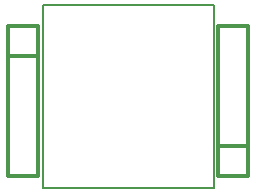
<source format=gto>
G04 (created by PCBNEW (2013-june-11)-stable) date Sat 02 Aug 2014 12:41:53 PM PDT*
%MOIN*%
G04 Gerber Fmt 3.4, Leading zero omitted, Abs format*
%FSLAX34Y34*%
G01*
G70*
G90*
G04 APERTURE LIST*
%ADD10C,0.00590551*%
%ADD11C,0.012*%
G04 APERTURE END LIST*
G54D10*
X112363Y-40310D02*
X112324Y-40310D01*
X112324Y-40310D02*
X112284Y-40310D01*
X112324Y-46412D02*
X112363Y-46412D01*
X106654Y-46412D02*
X106694Y-46412D01*
X106654Y-40310D02*
X106694Y-40310D01*
X112205Y-40310D02*
X112324Y-40310D01*
X112363Y-46412D02*
X112363Y-40310D01*
X106694Y-40310D02*
X112205Y-40310D01*
X106654Y-46412D02*
X106654Y-40310D01*
X112324Y-46412D02*
X106694Y-46412D01*
G54D11*
X105500Y-41000D02*
X106500Y-41000D01*
X106500Y-41000D02*
X106500Y-46000D01*
X106500Y-46000D02*
X105500Y-46000D01*
X105500Y-46000D02*
X105500Y-41000D01*
X105500Y-42000D02*
X106500Y-42000D01*
X113500Y-46000D02*
X112500Y-46000D01*
X112500Y-46000D02*
X112500Y-41000D01*
X112500Y-41000D02*
X113500Y-41000D01*
X113500Y-41000D02*
X113500Y-46000D01*
X113500Y-45000D02*
X112500Y-45000D01*
M02*

</source>
